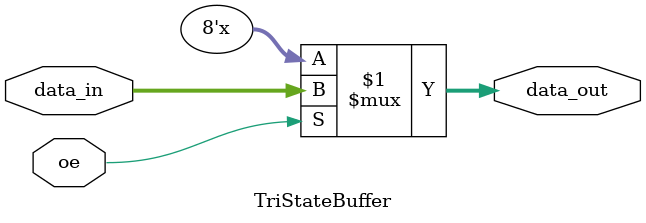
<source format=sv>
module TriStateOR(
    input oe,       // 输出使能
    input [7:0] a, b,
    output [7:0] y
);
    // 内部连线
    wire [7:0] or_result;
    
    // 实例化逻辑运算子模块
    LogicOperation #(
        .WIDTH(8)
    ) logic_op_inst (
        .a(a),
        .b(b),
        .result(or_result)
    );
    
    // 实例化三态输出缓冲器子模块
    TriStateBuffer #(
        .WIDTH(8)
    ) tri_buf_inst (
        .oe(oe),
        .data_in(or_result),
        .data_out(y)
    );
endmodule

// 逻辑运算子模块 - 执行OR操作
module LogicOperation #(
    parameter WIDTH = 8
)(
    input [WIDTH-1:0] a, b,
    output [WIDTH-1:0] result
);
    // 执行参数化宽度的OR操作
    assign result = a | b;
endmodule

// 三态输出缓冲器子模块
module TriStateBuffer #(
    parameter WIDTH = 8
)(
    input oe,
    input [WIDTH-1:0] data_in,
    output [WIDTH-1:0] data_out
);
    // 基于输出使能的三态输出控制
    assign data_out = oe ? data_in : {WIDTH{1'bz}};
endmodule
</source>
